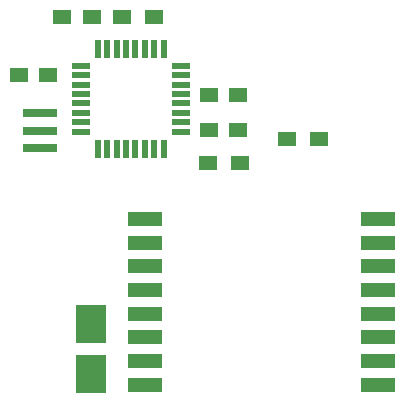
<source format=gtp>
G04 #@! TF.GenerationSoftware,KiCad,Pcbnew,no-vcs-found-7602~57~ubuntu16.04.1*
G04 #@! TF.CreationDate,2017-02-08T14:38:32+02:00*
G04 #@! TF.ProjectId,heater_node,6865617465725F6E6F64652E6B696361,rev?*
G04 #@! TF.FileFunction,Paste,Top*
G04 #@! TF.FilePolarity,Positive*
%FSLAX46Y46*%
G04 Gerber Fmt 4.6, Leading zero omitted, Abs format (unit mm)*
G04 Created by KiCad (PCBNEW no-vcs-found-7602~57~ubuntu16.04.1) date Wed Feb  8 14:38:32 2017*
%MOMM*%
%LPD*%
G01*
G04 APERTURE LIST*
%ADD10C,0.100000*%
%ADD11R,3.000000X0.800000*%
%ADD12R,1.500000X1.250000*%
%ADD13R,2.500000X3.200000*%
%ADD14R,0.550000X1.600000*%
%ADD15R,1.600000X0.550000*%
%ADD16R,1.500000X1.300000*%
%ADD17R,3.000000X1.200000*%
G04 APERTURE END LIST*
D10*
D11*
X122650000Y-94475000D03*
X122650000Y-95975000D03*
X122650000Y-97475000D03*
D12*
X139450000Y-95925000D03*
X136950000Y-95925000D03*
X120850000Y-91275000D03*
X123350000Y-91275000D03*
X136950000Y-92975000D03*
X139450000Y-92975000D03*
X127050000Y-86375000D03*
X124550000Y-86375000D03*
D13*
X126950000Y-112325000D03*
X126950000Y-116625000D03*
D14*
X127550000Y-89025000D03*
X128350000Y-89025000D03*
X129150000Y-89025000D03*
X129950000Y-89025000D03*
X130750000Y-89025000D03*
X131550000Y-89025000D03*
X132350000Y-89025000D03*
X133150000Y-89025000D03*
D15*
X134600000Y-90475000D03*
X134600000Y-91275000D03*
X134600000Y-92075000D03*
X134600000Y-92875000D03*
X134600000Y-93675000D03*
X134600000Y-94475000D03*
X134600000Y-95275000D03*
X134600000Y-96075000D03*
D14*
X133150000Y-97525000D03*
X132350000Y-97525000D03*
X131550000Y-97525000D03*
X130750000Y-97525000D03*
X129950000Y-97525000D03*
X129150000Y-97525000D03*
X128350000Y-97525000D03*
X127550000Y-97525000D03*
D15*
X126100000Y-96075000D03*
X126100000Y-95275000D03*
X126100000Y-94475000D03*
X126100000Y-93675000D03*
X126100000Y-92875000D03*
X126100000Y-92075000D03*
X126100000Y-91275000D03*
X126100000Y-90475000D03*
D16*
X146300000Y-96675000D03*
X143600000Y-96675000D03*
X129600000Y-86375000D03*
X132300000Y-86375000D03*
X136925000Y-98725000D03*
X139625000Y-98725000D03*
D17*
X151250000Y-103475000D03*
X151250000Y-105475000D03*
X151250000Y-107475000D03*
X151250000Y-109475000D03*
X151250000Y-111475000D03*
X151250000Y-113475000D03*
X151250000Y-115475000D03*
X151250000Y-117475000D03*
X131550000Y-117475000D03*
X131550000Y-115475000D03*
X131550000Y-113475000D03*
X131550000Y-111475000D03*
X131550000Y-109475000D03*
X131550000Y-107475000D03*
X131550000Y-105475000D03*
X131550000Y-103475000D03*
M02*

</source>
